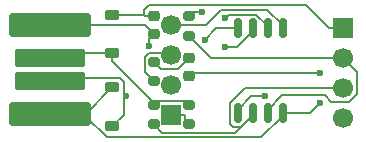
<source format=gbr>
%TF.GenerationSoftware,KiCad,Pcbnew,9.0.6*%
%TF.CreationDate,2025-12-25T20:01:47+05:30*%
%TF.ProjectId,USB,5553422e-6b69-4636-9164-5f7063625858,rev?*%
%TF.SameCoordinates,Original*%
%TF.FileFunction,Copper,L1,Top*%
%TF.FilePolarity,Positive*%
%FSLAX46Y46*%
G04 Gerber Fmt 4.6, Leading zero omitted, Abs format (unit mm)*
G04 Created by KiCad (PCBNEW 9.0.6) date 2025-12-25 20:01:47*
%MOMM*%
%LPD*%
G01*
G04 APERTURE LIST*
G04 Aperture macros list*
%AMRoundRect*
0 Rectangle with rounded corners*
0 $1 Rounding radius*
0 $2 $3 $4 $5 $6 $7 $8 $9 X,Y pos of 4 corners*
0 Add a 4 corners polygon primitive as box body*
4,1,4,$2,$3,$4,$5,$6,$7,$8,$9,$2,$3,0*
0 Add four circle primitives for the rounded corners*
1,1,$1+$1,$2,$3*
1,1,$1+$1,$4,$5*
1,1,$1+$1,$6,$7*
1,1,$1+$1,$8,$9*
0 Add four rect primitives between the rounded corners*
20,1,$1+$1,$2,$3,$4,$5,0*
20,1,$1+$1,$4,$5,$6,$7,0*
20,1,$1+$1,$6,$7,$8,$9,0*
20,1,$1+$1,$8,$9,$2,$3,0*%
G04 Aperture macros list end*
%TA.AperFunction,SMDPad,CuDef*%
%ADD10RoundRect,0.162500X0.162500X-0.650000X0.162500X0.650000X-0.162500X0.650000X-0.162500X-0.650000X0*%
%TD*%
%TA.AperFunction,SMDPad,CuDef*%
%ADD11RoundRect,0.200000X0.275000X-0.200000X0.275000X0.200000X-0.275000X0.200000X-0.275000X-0.200000X0*%
%TD*%
%TA.AperFunction,SMDPad,CuDef*%
%ADD12RoundRect,0.225000X0.375000X-0.225000X0.375000X0.225000X-0.375000X0.225000X-0.375000X-0.225000X0*%
%TD*%
%TA.AperFunction,SMDPad,CuDef*%
%ADD13RoundRect,0.300000X-3.200000X-0.700000X3.200000X-0.700000X3.200000X0.700000X-3.200000X0.700000X0*%
%TD*%
%TA.AperFunction,SMDPad,CuDef*%
%ADD14RoundRect,0.225000X-2.775000X-0.525000X2.775000X-0.525000X2.775000X0.525000X-2.775000X0.525000X0*%
%TD*%
%TA.AperFunction,SMDPad,CuDef*%
%ADD15RoundRect,0.218750X0.256250X-0.218750X0.256250X0.218750X-0.256250X0.218750X-0.256250X-0.218750X0*%
%TD*%
%TA.AperFunction,SMDPad,CuDef*%
%ADD16RoundRect,0.225000X0.250000X-0.225000X0.250000X0.225000X-0.250000X0.225000X-0.250000X-0.225000X0*%
%TD*%
%TA.AperFunction,ComponentPad*%
%ADD17R,1.700000X1.700000*%
%TD*%
%TA.AperFunction,ComponentPad*%
%ADD18C,1.700000*%
%TD*%
%TA.AperFunction,ViaPad*%
%ADD19C,0.600000*%
%TD*%
%TA.AperFunction,Conductor*%
%ADD20C,0.200000*%
%TD*%
G04 APERTURE END LIST*
D10*
%TO.P,U1,1,~{RESET}/PB5*%
%TO.N,Net-(J2-Pin_4)*%
X116710000Y-97877500D03*
%TO.P,U1,2,XTAL1/PB3*%
%TO.N,Net-(J2-Pin_3)*%
X117980000Y-97877500D03*
%TO.P,U1,3,XTAL2/PB4*%
%TO.N,Net-(J2-Pin_2)*%
X119250000Y-97877500D03*
%TO.P,U1,4,GND*%
%TO.N,GND*%
X120520000Y-97877500D03*
%TO.P,U1,5,AREF/PB0*%
%TO.N,Net-(J1-Pin_4)*%
X120520000Y-90702500D03*
%TO.P,U1,6,PB1*%
%TO.N,Net-(J1-Pin_3)*%
X119250000Y-90702500D03*
%TO.P,U1,7,PB2*%
%TO.N,Net-(J1-Pin_2)*%
X117980000Y-90702500D03*
%TO.P,U1,8,VCC*%
%TO.N,+5V*%
X116710000Y-90702500D03*
%TD*%
D11*
%TO.P,R3,1*%
%TO.N,Net-(J2-Pin_2)*%
X112615000Y-91340000D03*
%TO.P,R3,2*%
%TO.N,Net-(D3-K)*%
X112615000Y-89690000D03*
%TD*%
D12*
%TO.P,D2,1,K*%
%TO.N,Net-(D2-K)*%
X106115000Y-92840000D03*
%TO.P,D2,2,A*%
%TO.N,GND*%
X106115000Y-89540000D03*
%TD*%
D13*
%TO.P,U2,1,Vcc*%
%TO.N,+5V*%
X100840000Y-90440000D03*
D14*
%TO.P,U2,2,D+*%
%TO.N,Net-(D2-K)*%
X100840000Y-93190000D03*
%TO.P,U2,3,D-*%
%TO.N,Net-(D3-K)*%
X100840000Y-95190000D03*
D13*
%TO.P,U2,4,GND*%
%TO.N,GND*%
X100840000Y-97940000D03*
%TD*%
D11*
%TO.P,R2,1*%
%TO.N,Net-(J2-Pin_3)*%
X109615000Y-98840000D03*
%TO.P,R2,2*%
%TO.N,Net-(D2-K)*%
X109615000Y-97190000D03*
%TD*%
D15*
%TO.P,D1,1,K*%
%TO.N,GND*%
X112615000Y-94765000D03*
%TO.P,D1,2,A*%
%TO.N,Net-(D1-A)*%
X112615000Y-93190000D03*
%TD*%
D16*
%TO.P,C1,1*%
%TO.N,+5V*%
X109615000Y-91190000D03*
%TO.P,C1,2*%
%TO.N,GND*%
X109615000Y-89640000D03*
%TD*%
D11*
%TO.P,R4,1*%
%TO.N,+5V*%
X112615000Y-98840000D03*
%TO.P,R4,2*%
%TO.N,Net-(D2-K)*%
X112615000Y-97190000D03*
%TD*%
D12*
%TO.P,D3,1,K*%
%TO.N,Net-(D3-K)*%
X106115000Y-98990000D03*
%TO.P,D3,2,A*%
%TO.N,GND*%
X106115000Y-95690000D03*
%TD*%
D17*
%TO.P,J2,1,Pin_1*%
%TO.N,GND*%
X125615000Y-90690000D03*
D18*
%TO.P,J2,2,Pin_2*%
%TO.N,Net-(J2-Pin_2)*%
X125615000Y-93230000D03*
%TO.P,J2,3,Pin_3*%
%TO.N,Net-(J2-Pin_3)*%
X125615000Y-95770000D03*
%TO.P,J2,4,Pin_4*%
%TO.N,Net-(J2-Pin_4)*%
X125615000Y-98310000D03*
%TD*%
D11*
%TO.P,R1,1*%
%TO.N,Net-(J1-Pin_3)*%
X109615000Y-95190000D03*
%TO.P,R1,2*%
%TO.N,Net-(D1-A)*%
X109615000Y-93540000D03*
%TD*%
D17*
%TO.P,J1,1,Pin_1*%
%TO.N,+5V*%
X111115000Y-98035000D03*
D18*
%TO.P,J1,2,Pin_2*%
%TO.N,Net-(J1-Pin_2)*%
X111115000Y-95495000D03*
%TO.P,J1,3,Pin_3*%
%TO.N,Net-(J1-Pin_3)*%
X111115000Y-92955000D03*
%TO.P,J1,4,Pin_4*%
%TO.N,Net-(J1-Pin_4)*%
X111115000Y-90415000D03*
%TD*%
D19*
%TO.N,+5V*%
X113926100Y-91682300D03*
X109178500Y-92164200D03*
%TO.N,GND*%
X123686000Y-94500000D03*
X123686000Y-97040000D03*
%TO.N,Net-(D3-K)*%
X113738500Y-89313900D03*
X107267400Y-96448900D03*
%TO.N,Net-(J1-Pin_3)*%
X115669600Y-89872000D03*
%TO.N,Net-(J1-Pin_2)*%
X115656600Y-92269700D03*
%TO.N,Net-(J2-Pin_4)*%
X119037100Y-96462900D03*
%TD*%
D20*
%TO.N,+5V*%
X111115000Y-98035000D02*
X112266700Y-98035000D01*
X112615000Y-98840000D02*
X112266700Y-98491700D01*
X109178500Y-92164200D02*
X109178500Y-91626500D01*
X112266700Y-98491700D02*
X112266700Y-98035000D01*
X109178500Y-91626500D02*
X109615000Y-91190000D01*
X114905900Y-90702500D02*
X116710000Y-90702500D01*
X100840000Y-90440000D02*
X108865000Y-90440000D01*
X113926100Y-91682300D02*
X114905900Y-90702500D01*
X108865000Y-90440000D02*
X109615000Y-91190000D01*
%TO.N,GND*%
X105621000Y-99947800D02*
X118679000Y-99947800D01*
X108813400Y-89540000D02*
X106115000Y-89540000D01*
X123686000Y-94500000D02*
X112880000Y-94500000D01*
X108913400Y-89640000D02*
X108813400Y-89540000D01*
X103865000Y-98191800D02*
X105621000Y-99947800D01*
X120520000Y-97877500D02*
X122848500Y-97877500D01*
X118679000Y-99947800D02*
X120520000Y-98106800D01*
X103865000Y-97940000D02*
X103865000Y-98191800D01*
X122848500Y-97877500D02*
X123686000Y-97040000D01*
X109615000Y-89640000D02*
X108913400Y-89640000D01*
X124463300Y-90690000D02*
X122485500Y-88712200D01*
X109251200Y-88712200D02*
X108813400Y-89150000D01*
X125615000Y-90690000D02*
X124463300Y-90690000D01*
X120520000Y-98106800D02*
X120520000Y-97877500D01*
X122485500Y-88712200D02*
X109251200Y-88712200D01*
X103865000Y-97940000D02*
X106115000Y-95690000D01*
X112880000Y-94500000D02*
X112615000Y-94765000D01*
X108813400Y-89150000D02*
X108813400Y-89540000D01*
X100840000Y-97940000D02*
X103865000Y-97940000D01*
%TO.N,Net-(D1-A)*%
X109615000Y-93540000D02*
X110235400Y-94160400D01*
X111644600Y-94160400D02*
X112615000Y-93190000D01*
X110235400Y-94160400D02*
X111644600Y-94160400D01*
%TO.N,Net-(D2-K)*%
X109932400Y-96872600D02*
X109615000Y-97190000D01*
X109615000Y-97004800D02*
X106115000Y-93504800D01*
X101190000Y-92840000D02*
X100840000Y-93190000D01*
X112297600Y-96872600D02*
X109932400Y-96872600D01*
X109615000Y-97190000D02*
X109615000Y-97004800D01*
X106115000Y-93504800D02*
X106115000Y-92840000D01*
X106115000Y-92840000D02*
X101190000Y-92840000D01*
X112615000Y-97190000D02*
X112297600Y-96872600D01*
%TO.N,Net-(D3-K)*%
X107070800Y-96448900D02*
X107267400Y-96448900D01*
X107070800Y-98034200D02*
X107070800Y-96448900D01*
X107070800Y-96448900D02*
X107070800Y-95256800D01*
X101115300Y-94914700D02*
X100840000Y-95190000D01*
X106728700Y-94914700D02*
X101115300Y-94914700D01*
X106115000Y-98990000D02*
X107070800Y-98034200D01*
X112991100Y-89313900D02*
X112615000Y-89690000D01*
X107070800Y-95256800D02*
X106728700Y-94914700D01*
X113738500Y-89313900D02*
X112991100Y-89313900D01*
%TO.N,Net-(J1-Pin_4)*%
X120520000Y-90702500D02*
X120520000Y-90461100D01*
X114057600Y-90415000D02*
X111115000Y-90415000D01*
X119216400Y-89157500D02*
X115315100Y-89157500D01*
X120520000Y-90461100D02*
X119216400Y-89157500D01*
X115315100Y-89157500D02*
X114057600Y-90415000D01*
%TO.N,Net-(J1-Pin_3)*%
X118306500Y-89559200D02*
X119250000Y-90502700D01*
X110947500Y-92787500D02*
X109180300Y-92787500D01*
X108835500Y-93132300D02*
X108835500Y-94410500D01*
X108835500Y-94410500D02*
X109615000Y-95190000D01*
X115982400Y-89559200D02*
X118306500Y-89559200D01*
X111115000Y-92955000D02*
X110947500Y-92787500D01*
X109180300Y-92787500D02*
X108835500Y-93132300D01*
X115669600Y-89872000D02*
X115982400Y-89559200D01*
X119250000Y-90502700D02*
X119250000Y-90702500D01*
%TO.N,Net-(J1-Pin_2)*%
X115656600Y-92269700D02*
X116675300Y-92269700D01*
X117980000Y-90965000D02*
X117980000Y-90702500D01*
X116675300Y-92269700D02*
X117980000Y-90965000D01*
%TO.N,Net-(J2-Pin_3)*%
X116994100Y-99063200D02*
X116356200Y-99063200D01*
X117338300Y-95770000D02*
X125615000Y-95770000D01*
X116070900Y-98777900D02*
X116070900Y-97037400D01*
X116356200Y-99063200D02*
X116070900Y-98777900D01*
X110317800Y-99542800D02*
X109615000Y-98840000D01*
X117980000Y-98077300D02*
X116994100Y-99063200D01*
X116514500Y-99542800D02*
X110317800Y-99542800D01*
X117980000Y-97877500D02*
X117980000Y-98077300D01*
X116070900Y-97037400D02*
X117338300Y-95770000D01*
X116994100Y-99063200D02*
X116514500Y-99542800D01*
%TO.N,Net-(J2-Pin_2)*%
X125615000Y-93230000D02*
X114505000Y-93230000D01*
X120516500Y-96396600D02*
X124081900Y-96396600D01*
X126112000Y-96922600D02*
X126805200Y-96229400D01*
X119250000Y-97663100D02*
X120516500Y-96396600D01*
X124081900Y-96396600D02*
X124607900Y-96922600D01*
X126805200Y-96229400D02*
X126805200Y-94420200D01*
X126805200Y-94420200D02*
X125615000Y-93230000D01*
X119250000Y-97877500D02*
X119250000Y-97663100D01*
X124607900Y-96922600D02*
X126112000Y-96922600D01*
X114505000Y-93230000D02*
X112615000Y-91340000D01*
%TO.N,Net-(J2-Pin_4)*%
X116710000Y-97641300D02*
X117888400Y-96462900D01*
X116710000Y-97877500D02*
X116710000Y-97641300D01*
X117888400Y-96462900D02*
X119037100Y-96462900D01*
%TD*%
M02*

</source>
